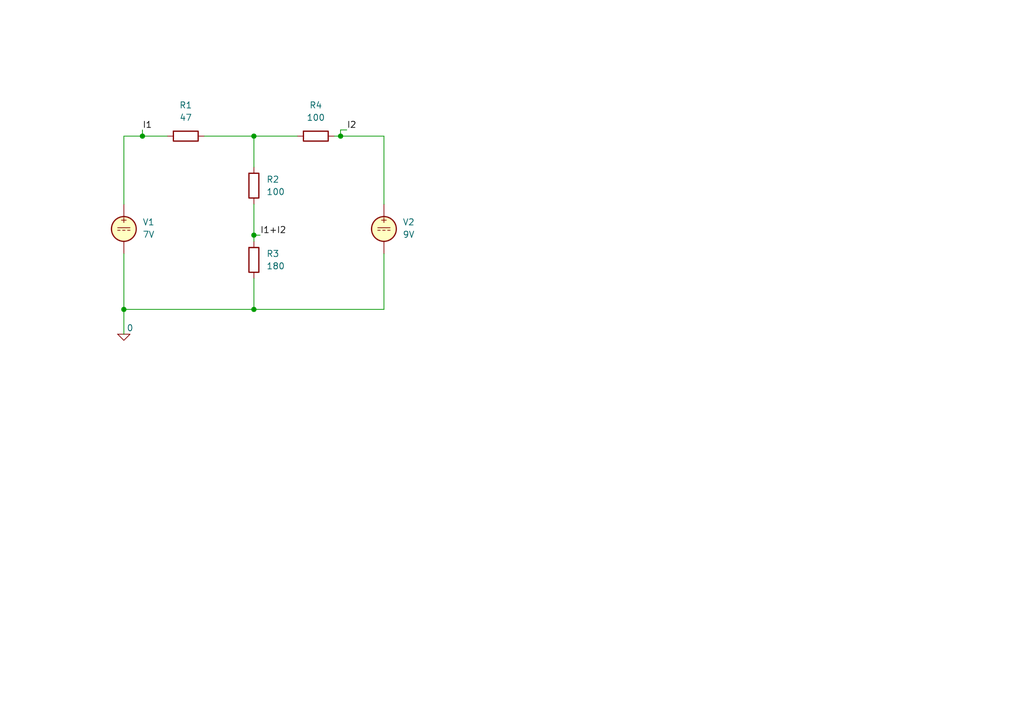
<source format=kicad_sch>
(kicad_sch (version 20250114) (generator "eeschema") (generator_version "9.0")
  (paper "A5")
  (lib_symbols
    (symbol "Device:R" (pin_numbers (hide yes)) (pin_names (offset 0))
      (property "Reference" "R" (at 2.032 0 90))
      (property "Value" "R" (at 0 0 90))
      (symbol "R_0_1"
        (rectangle (start -1.016 -2.54) (end 1.016 2.54) (stroke (width 0.254)))
      )
      (symbol "R_1_1"
        (pin passive line (at 0 3.81 270) (length 1.27) (name "~") (number "1"))
        (pin passive line (at 0 -3.81 90) (length 1.27) (name "~") (number "2"))
      )
    )
    (symbol "Simulation_SPICE:0" (power) (pin_numbers (hide yes)) (pin_names (offset 0) (hide yes))
      (property "Value" "0" (at 0 -2.54 0))
      (symbol "0_0_1"
        (polyline (pts (xy -1.27 0) (xy 0 -1.27) (xy 1.27 0) (xy -1.27 0)))
      )
      (symbol "0_1_1"
        (pin power_in line (at 0 0 0) (length 0) (name "~") (number "1"))
      )
    )
    (symbol "Simulation_SPICE:VDC" (pin_numbers (hide yes)) (pin_names (offset 0.0254))
      (property "Reference" "V" (at 2.54 2.54 0))
      (property "Value" "1" (at 2.54 0 0))
      (symbol "VDC_0_0"
        (polyline (pts (xy -1.27 0.254) (xy 1.27 0.254)))
        (polyline (pts (xy -0.762 -0.254) (xy -1.27 -0.254)))
        (polyline (pts (xy 0.254 -0.254) (xy -0.254 -0.254)))
        (polyline (pts (xy 1.27 -0.254) (xy 0.762 -0.254)))
        (text "+" (at 0 1.905 0) (effects (font (size 1.27 1.27))))
      )
      (symbol "VDC_0_1"
        (circle (center 0 0) (radius 2.54) (stroke (width 0.254)) (fill (type background)))
      )
      (symbol "VDC_1_1"
        (pin passive line (at 0 5.08 270) (length 2.54) (name "~") (number "1"))
        (pin passive line (at 0 -5.08 90) (length 2.54) (name "~") (number "2"))
      )
    )
  )
  (junction (at 52.07 27.94))
  (junction (at 25.4 63.5))
  (junction (at 29.21 27.94))
  (junction (at 52.07 48.26))
  (junction (at 52.07 63.5))
  (junction (at 69.85 27.94))
  (wire (pts (xy 25.4 27.94) (xy 25.4 41.91)))
  (wire (pts (xy 69.85 26.67) (xy 69.85 27.94)))
  (wire (pts (xy 29.21 26.67) (xy 29.21 27.94)))
  (wire (pts (xy 69.85 27.94) (xy 78.74 27.94)))
  (wire (pts (xy 52.07 27.94) (xy 52.07 34.29)))
  (wire (pts (xy 34.29 27.94) (xy 29.21 27.94)))
  (wire (pts (xy 25.4 52.07) (xy 25.4 63.5)))
  (wire (pts (xy 52.07 57.15) (xy 52.07 63.5)))
  (wire (pts (xy 53.34 48.26) (xy 52.07 48.26)))
  (wire (pts (xy 52.07 48.26) (xy 52.07 49.53)))
  (wire (pts (xy 78.74 41.91) (xy 78.74 27.94)))
  (wire (pts (xy 25.4 63.5) (xy 25.4 68.58)))
  (wire (pts (xy 78.74 63.5) (xy 52.07 63.5)))
  (wire (pts (xy 52.07 27.94) (xy 60.96 27.94)))
  (wire (pts (xy 71.12 26.67) (xy 69.85 26.67)))
  (wire (pts (xy 41.91 27.94) (xy 52.07 27.94)))
  (wire (pts (xy 68.58 27.94) (xy 69.85 27.94)))
  (wire (pts (xy 52.07 41.91) (xy 52.07 48.26)))
  (wire (pts (xy 25.4 63.5) (xy 52.07 63.5)))
  (wire (pts (xy 29.21 27.94) (xy 25.4 27.94)))
  (wire (pts (xy 78.74 52.07) (xy 78.74 63.5)))
  (label "I1" (at 29.21 26.67 0))
  (label "I1+I2" (at 53.34 48.26 0))
  (label "I2" (at 71.12 26.67 0))
  (symbol (lib_id "Device:R") (at 52.07 53.34 0) (unit 1)
    (property "Reference" "R3" (at 54.61 52.0699 0) (effects (justify left)))
    (property "Value" "180" (at 54.61 54.6099 0) (effects (justify left)))
    (property "Description" "Resistor" (effects (hide yes)))
  )
  (symbol (lib_id "Simulation_SPICE:VDC") (at 25.4 46.99 0) (unit 1)
    (property "Reference" "V1" (at 29.21 45.5901 0) (effects (justify left)))
    (property "Value" "7V" (at 29.21 48.1301 0) (effects (justify left)))
    (property "Datasheet" "https://ngspice.sourceforge.io/docs/ngspice-html-manual/manual.xhtml#sec_Independent_Sources_for" (effects (hide yes)))
    (property "Description" "Voltage source, DC" (effects (hide yes)))
    (property "Sim.Pins" "1=+ 2=-" (effects (hide yes)))
    (property "Sim.Type" "DC" (effects (hide yes)))
    (property "Sim.Device" "V" (effects (hide yes)))
  )
  (symbol (lib_id "Device:R") (at 52.07 38.1 0) (unit 1)
    (property "Reference" "R2" (at 54.61 36.8299 0) (effects (justify left)))
    (property "Value" "100" (at 54.61 39.3699 0) (effects (justify left)))
    (property "Description" "Resistor" (effects (hide yes)))
  )
  (symbol (lib_id "Device:R") (at 64.77 27.94 90) (unit 1)
    (property "Reference" "R4" (at 64.77 21.59 90))
    (property "Value" "100" (at 64.77 24.13 90))
    (property "Description" "Resistor" (effects (hide yes)))
  )
  (symbol (lib_id "Device:R") (at 38.1 27.94 90) (unit 1)
    (property "Reference" "R1" (at 38.1 21.59 90))
    (property "Value" "47" (at 38.1 24.13 90))
    (property "Description" "Resistor" (effects (hide yes)))
  )
  (symbol (lib_id "Simulation_SPICE:0") (at 25.4 68.58 0) (unit 1)
    (property "Reference" "#GND02" (effects (hide yes)))
    (property "Value" "0" (at 26.67 67.31 0))
    (property "Datasheet" "https://ngspice.sourceforge.io/docs/ngspice-html-manual/manual.xhtml#subsec_Circuit_elements__device" (effects (hide yes)))
    (property "Description" "0V reference potential for simulation" (effects (hide yes)))
  )
  (symbol (lib_id "Simulation_SPICE:VDC") (at 78.74 46.99 0) (unit 1)
    (property "Reference" "V2" (at 82.55 45.5901 0) (effects (justify left)))
    (property "Value" "9V" (at 82.55 48.1301 0) (effects (justify left)))
    (property "Datasheet" "https://ngspice.sourceforge.io/docs/ngspice-html-manual/manual.xhtml#sec_Independent_Sources_for" (effects (hide yes)))
    (property "Description" "Voltage source, DC" (effects (hide yes)))
    (property "Sim.Pins" "1=+ 2=-" (effects (hide yes)))
    (property "Sim.Type" "DC" (effects (hide yes)))
    (property "Sim.Device" "V" (effects (hide yes)))
  )
)
</source>
